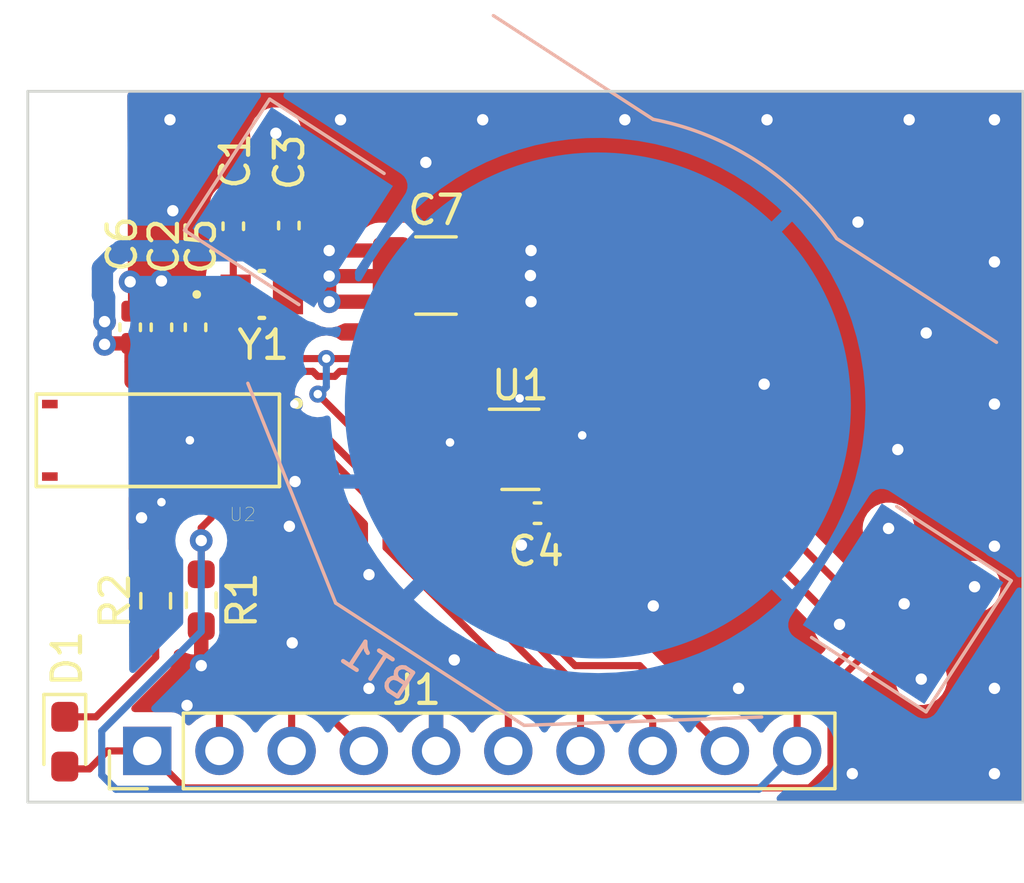
<source format=kicad_pcb>
(kicad_pcb (version 20201116) (generator pcbnew)
  (layers (0 "F.Cu" signal) (31 "B.Cu" signal) (34 "B.Paste" user) (35 "F.Paste" user) (36 "B.SilkS" user "B.Silkscreen") (37 "F.SilkS" user "F.Silkscreen") (38 "B.Mask" user) (39 "F.Mask" user) (44 "Edge.Cuts" user))
  (net 0 "")
  (net 1 "GND")
  (net 2 "+BATT")
  (net 3 "/XL2")
  (net 4 "/XL1")
  (net 5 "Net-(C5-Pad1)")
  (net 6 "Net-(D1-Pad1)")
  (net 7 "/LEDn")
  (net 8 "/NRF_RST")
  (net 9 "/SWDIO")
  (net 10 "/SWDCLK")
  (net 11 "/P0.07")
  (net 12 "/P0.08")
  (net 13 "/P0.18")
  (net 14 "Net-(U2-Pad9)")
  (net 15 "/P0.20")
  (net 16 "Net-(U2-Pad10)")
  (net 17 "/SHT_RSTn")
  (net 18 "/SDA")
  (net 19 "Net-(U1-Pad3)")
  (net 20 "/SCL")
  (net 21 "Net-(U2-Pad6)")
  (net 22 "Net-(U2-Pad11)")
  (net 23 "Net-(U2-Pad24)")
  (net 24 "Net-(U2-Pad23)")
  (footprint "Resistor_SMD:R_0603_1608Metric_Pad0.98x0.95mm_HandSolder" (layer "F.Cu") (at 115.1 107.9 -90)
    (fp_text reference "R1" (at 0 -1.43 90) (layer "F.SilkS"))
    (fp_text value "100k")
    (fp_line (start -0.254724 -0.5225) (end 0.254724 -0.5225) (layer "F.SilkS") (width 0.12))
    (fp_line (start -0.254724 0.5225) (end 0.254724 0.5225) (layer "F.SilkS") (width 0.12))
    (pad "1" smd roundrect (at -0.9125 0 270) (size 0.975 0.95) (layers "F.Cu" "F.Paste" "F.Mask") (net 17 "/SHT_RSTn"))
    (pad "2" smd roundrect (at 0.9125 0 270) (size 0.975 0.95) (layers "F.Cu" "F.Paste" "F.Mask") (net 1 "GND"))
  )
  (footprint "LED_SMD:LED_0603_1608Metric_Pad1.05x0.95mm_HandSolder" (layer "F.Cu") (at 110.3 112.875 -90)
    (fp_text reference "D1" (at -2.925 -0.08 90) (layer "F.SilkS"))
    (fp_text value "LED")
    (fp_line (start -1.66 0.735) (end 0.8 0.735) (layer "F.SilkS") (width 0.12))
    (fp_line (start 0.8 -0.735) (end -1.66 -0.735) (layer "F.SilkS") (width 0.12))
    (fp_line (start -1.66 -0.735) (end -1.66 0.735) (layer "F.SilkS") (width 0.12))
    (pad "1" smd roundrect (at -0.875 0 270) (size 1.05 0.95) (layers "F.Cu" "F.Paste" "F.Mask") (net 6 "Net-(D1-Pad1)"))
    (pad "2" smd roundrect (at 0.875 0 270) (size 1.05 0.95) (layers "F.Cu" "F.Paste" "F.Mask") (net 2 "+BATT"))
  )
  (footprint "Sensor_Humidity:Sensirion_DFN-8-1EP_2.5x2.5mm_P0.5mm_EP1.1x1.7mm" (layer "F.Cu") (at 126.325 102.592488)
    (fp_text reference "U1" (at 0 -2.25) (layer "F.SilkS"))
    (fp_text value "SHT31-DIS")
    (fp_line (start -0.65 1.41) (end 0.65 1.41) (layer "F.SilkS") (width 0.12))
    (fp_line (start -1.09 -1.41) (end 0.65 -1.41) (layer "F.SilkS") (width 0.12))
    (pad "1" smd rect (at -1.175 -0.75) (size 0.55 0.25) (layers "F.Cu" "F.Paste" "F.Mask") (net 18 "/SDA"))
    (pad "2" smd rect (at -1.175 -0.25) (size 0.55 0.25) (layers "F.Cu" "F.Paste" "F.Mask") (net 1 "GND"))
    (pad "3" smd rect (at -1.175 0.25) (size 0.55 0.25) (layers "F.Cu" "F.Paste" "F.Mask") (net 19 "Net-(U1-Pad3)"))
    (pad "4" smd rect (at -1.175 0.75 180) (size 0.55 0.25) (layers "F.Cu" "F.Paste" "F.Mask") (net 20 "/SCL"))
    (pad "5" smd rect (at 1.175 0.75) (size 0.55 0.25) (layers "F.Cu" "F.Paste" "F.Mask") (net 2 "+BATT"))
    (pad "6" smd rect (at 1.175 0.25) (size 0.55 0.25) (layers "F.Cu" "F.Paste" "F.Mask") (net 17 "/SHT_RSTn"))
    (pad "7" smd rect (at 1.175 -0.25) (size 0.55 0.25) (layers "F.Cu" "F.Paste" "F.Mask") (net 1 "GND"))
    (pad "8" smd rect (at 1.175 -0.75) (size 0.55 0.25) (layers "F.Cu" "F.Paste" "F.Mask") (net 1 "GND"))
    (pad "9" smd custom (at 0 0) (size 1 1) (layers "F.Cu" "F.Mask") (net 1 "GND") (options (clearance outline) (anchor circle)) (primitives (gr_poly (pts (xy 0.5 0.85) (xy -0.5 0.85) (xy -0.5 -0.55) (xy -0.2 -0.85) (xy 0.5 -0.85)) (width 0) (fill yes))))
  )
  (footprint "Capacitor_SMD:C_0402_1005Metric_Pad0.74x0.62mm_HandSolder" (layer "F.Cu") (at 113.7 98.3 90)
    (fp_text reference "C2" (at 2.85 0.09 90) (layer "F.SilkS"))
    (fp_text value "0.1uF")
    (fp_line (start -0.115835 -0.36) (end 0.115835 -0.36) (layer "F.SilkS") (width 0.12))
    (fp_line (start -0.115835 0.36) (end 0.115835 0.36) (layer "F.SilkS") (width 0.12))
    (pad "1" smd roundrect (at -0.5675 0 90) (size 0.735 0.62) (layers "F.Cu" "F.Paste" "F.Mask") (net 2 "+BATT"))
    (pad "2" smd roundrect (at 0.5675 0 90) (size 0.735 0.62) (layers "F.Cu" "F.Paste" "F.Mask") (net 1 "GND"))
  )
  (footprint "Capacitor_SMD:C_0402_1005Metric_Pad0.74x0.62mm_HandSolder" (layer "F.Cu") (at 126.928341 104.83798 180)
    (fp_text reference "C4" (at 0.05 -1.335) (layer "F.SilkS"))
    (fp_text value "0.1uF")
    (fp_line (start -0.115835 -0.36) (end 0.115835 -0.36) (layer "F.SilkS") (width 0.12))
    (fp_line (start -0.115835 0.36) (end 0.115835 0.36) (layer "F.SilkS") (width 0.12))
    (pad "1" smd roundrect (at -0.5675 0 180) (size 0.735 0.62) (layers "F.Cu" "F.Paste" "F.Mask") (net 2 "+BATT"))
    (pad "2" smd roundrect (at 0.5675 0 180) (size 0.735 0.62) (layers "F.Cu" "F.Paste" "F.Mask") (net 1 "GND"))
  )
  (footprint "TinyBLE:FC-12M 32.7680KA-A3" (layer "F.Cu") (at 117.231043 97.143916)
    (fp_text reference "Y1" (at 0.05 1.775) (layer "F.SilkS"))
    (fp_text value "Crystal" hide)
    (fp_line (start 0.08125 -0.8255) (end -0.08125 -0.8255) (layer "F.SilkS") (width 0.1524))
    (fp_line (start -0.08125 0.8255) (end 0.08125 0.8255) (layer "F.SilkS") (width 0.1524))
    (fp_circle (center -2.2882 0) (end -2.212 0) (layer "F.SilkS") (width 0.1524) (fill none))
    (pad "1" smd rect (at -0.9194 0) (size 1.0612 1.397) (layers "F.Cu" "F.Paste" "F.Mask") (net 3 "/XL2"))
    (pad "2" smd rect (at 0.9194 0) (size 1.0612 1.397) (layers "F.Cu" "F.Paste" "F.Mask") (net 4 "/XL1"))
  )
  (footprint "Capacitor_SMD:C_0402_1005Metric_Pad0.74x0.62mm_HandSolder" (layer "F.Cu") (at 112.6 98.3 90)
    (fp_text reference "C6" (at 2.925 -0.285 90) (layer "F.SilkS"))
    (fp_text value "4.7uF")
    (fp_line (start -0.115835 0.36) (end 0.115835 0.36) (layer "F.SilkS") (width 0.12))
    (fp_line (start -0.115835 -0.36) (end 0.115835 -0.36) (layer "F.SilkS") (width 0.12))
    (pad "1" smd roundrect (at -0.5675 0 90) (size 0.735 0.62) (layers "F.Cu" "F.Paste" "F.Mask") (net 2 "+BATT"))
    (pad "2" smd roundrect (at 0.5675 0 90) (size 0.735 0.62) (layers "F.Cu" "F.Paste" "F.Mask") (net 1 "GND"))
  )
  (footprint "Capacitor_SMD:C_0402_1005Metric_Pad0.74x0.62mm_HandSolder" (layer "F.Cu") (at 114.9 98.3 90)
    (fp_text reference "C5" (at 2.85 0.19 90) (layer "F.SilkS"))
    (fp_text value "1.0uF")
    (fp_line (start -0.115835 -0.36) (end 0.115835 -0.36) (layer "F.SilkS") (width 0.12))
    (fp_line (start -0.115835 0.36) (end 0.115835 0.36) (layer "F.SilkS") (width 0.12))
    (pad "1" smd roundrect (at -0.5675 0 90) (size 0.735 0.62) (layers "F.Cu" "F.Paste" "F.Mask") (net 5 "Net-(C5-Pad1)"))
    (pad "2" smd roundrect (at 0.5675 0 90) (size 0.735 0.62) (layers "F.Cu" "F.Paste" "F.Mask") (net 1 "GND"))
  )
  (footprint "TinyBLE:XCVR_EYSHSNZWZ" (layer "F.Cu") (at 113.575 102.275 180)
    (fp_text reference "U2" (at -2.98092 -2.609104) (layer "F.SilkS") (effects (font (size 0.480794 0.480794) (thickness 0.015))))
    (fp_text value "EYSHSNZWZ")
    (fp_line (start -4.275 -1.625) (end 4.275 -1.625) (layer "F.SilkS") (width 0.127))
    (fp_line (start 4.275 1.625) (end -4.275 1.625) (layer "F.SilkS") (width 0.127))
    (fp_line (start 4.275 -1.625) (end 4.275 1.625) (layer "F.SilkS") (width 0.127))
    (fp_line (start -4.275 1.625) (end -4.275 -1.625) (layer "F.SilkS") (width 0.127))
    (fp_circle (center -4.9 1.3) (end -4.8 1.3) (layer "F.SilkS") (width 0.2) (fill none))
    (pad "1" smd rect (at -3.8 1.275 180) (size 0.55 0.3) (layers "F.Cu" "F.Mask") (net 1 "GND"))
    (pad "2" smd rect (at -3.075 1.15 180) (size 0.3 0.55) (layers "F.Cu" "F.Mask") (net 20 "/SCL"))
    (pad "3" smd rect (at -2.475 1.15 180) (size 0.3 0.55) (layers "F.Cu" "F.Mask") (net 18 "/SDA"))
    (pad "4" smd rect (at -1.875 1.15 180) (size 0.3 0.55) (layers "F.Cu" "F.Mask") (net 4 "/XL1"))
    (pad "5" smd rect (at -1.275 1.15 180) (size 0.3 0.55) (layers "F.Cu" "F.Mask") (net 3 "/XL2"))
    (pad "6" smd rect (at -0.675 1.15 180) (size 0.3 0.55) (layers "F.Cu" "F.Mask") (net 21 "Net-(U2-Pad6)"))
    (pad "7" smd rect (at -0.075 1.15 180) (size 0.3 0.55) (layers "F.Cu" "F.Mask") (net 5 "Net-(C5-Pad1)"))
    (pad "8" smd rect (at 0.525 1.15 180) (size 0.3 0.55) (layers "F.Cu" "F.Mask") (net 2 "+BATT"))
    (pad "9" smd circle (at 0.45 0.375 180) (size 0.45 0.45) (layers "F.Cu" "F.Mask") (net 14 "Net-(U2-Pad9)"))
    (pad "10" smd circle (at 0.45 -0.375 180) (size 0.45 0.45) (layers "F.Cu" "F.Mask") (net 16 "Net-(U2-Pad10)"))
    (pad "11" smd rect (at 0.525 -1.15 180) (size 0.3 0.55) (layers "F.Cu" "F.Mask") (net 22 "Net-(U2-Pad11)"))
    (pad "12" smd rect (at -0.075 -1.15 180) (size 0.3 0.55) (layers "F.Cu" "F.Mask") (net 22 "Net-(U2-Pad11)"))
    (pad "13" smd rect (at -0.675 -1.15 180) (size 0.3 0.55) (layers "F.Cu" "F.Mask") (net 1 "GND"))
    (pad "14" smd rect (at -1.275 -1.15 180) (size 0.3 0.55) (layers "F.Cu" "F.Mask") (net 7 "/LEDn"))
    (pad "15" smd rect (at -1.875 -1.15 180) (size 0.3 0.55) (layers "F.Cu" "F.Mask") (net 17 "/SHT_RSTn"))
    (pad "16" smd rect (at -2.475 -1.15 180) (size 0.3 0.55) (layers "F.Cu" "F.Mask") (net 10 "/SWDCLK"))
    (pad "17" smd rect (at -3.075 -1.15 180) (size 0.3 0.55) (layers "F.Cu" "F.Mask") (net 9 "/SWDIO"))
    (pad "18" smd rect (at -3.8 -1.275 180) (size 0.55 0.3) (layers "F.Cu" "F.Mask") (net 1 "GND"))
    (pad "19" smd rect (at -3.8 -0.6 180) (size 0.55 0.3) (layers "F.Cu" "F.Mask") (net 8 "/NRF_RST"))
    (pad "20" smd rect (at -3.8 0 180) (size 0.55 0.3) (layers "F.Cu" "F.Mask") (net 12 "/P0.08"))
    (pad "21" smd rect (at -3.8 0.6 180) (size 0.55 0.3) (layers "F.Cu" "F.Mask") (net 11 "/P0.07"))
    (pad "22" smd rect (at -2.95 0.3 180) (size 0.55 0.3) (layers "F.Cu" "F.Mask") (net 13 "/P0.18"))
    (pad "23" smd circle (at -0.45 0.375 180) (size 0.45 0.45) (layers "F.Cu" "F.Mask") (net 24 "Net-(U2-Pad23)"))
    (pad "24" smd circle (at -0.45 -0.375 180) (size 0.45 0.45) (layers "F.Cu" "F.Mask") (net 23 "Net-(U2-Pad24)"))
    (pad "25" smd rect (at -2.95 -0.3 180) (size 0.55 0.3) (layers "F.Cu" "F.Mask") (net 15 "/P0.20"))
    (pad "26" smd rect (at -1.675 0 180) (size 0.55 0.3) (layers "F.Cu" "F.Mask") (net 1 "GND"))
    (pad "27" smd rect (at 3.8 1.275 180) (size 0.55 0.3) (layers "F.Cu" "F.Mask"))
    (pad "28" smd rect (at 3.8 -1.275 180) (size 0.55 0.3) (layers "F.Cu" "F.Mask"))
  )
  (footprint "Capacitor_SMD:C_0402_1005Metric_Pad0.74x0.62mm_HandSolder" (layer "F.Cu") (at 118.181199 94.721956 90)
    (fp_text reference "C3" (at 2.225 0.015 90) (layer "F.SilkS"))
    (fp_text value "15pF")
    (fp_line (start -0.115835 0.36) (end 0.115835 0.36) (layer "F.SilkS") (width 0.12))
    (fp_line (start -0.115835 -0.36) (end 0.115835 -0.36) (layer "F.SilkS") (width 0.12))
    (pad "1" smd roundrect (at -0.5675 0 90) (size 0.735 0.62) (layers "F.Cu" "F.Paste" "F.Mask") (net 4 "/XL1"))
    (pad "2" smd roundrect (at 0.5675 0 90) (size 0.735 0.62) (layers "F.Cu" "F.Paste" "F.Mask") (net 1 "GND"))
  )
  (footprint "Capacitor_SMD:C_1210_3225Metric_Pad1.33x2.70mm_HandSolder" (layer "F.Cu") (at 123.357134 96.478683)
    (fp_text reference "C7" (at 0 -2.3) (layer "F.SilkS"))
    (fp_text value "100uF")
    (fp_line (start -0.711252 1.36) (end 0.711252 1.36) (layer "F.SilkS") (width 0.12))
    (fp_line (start -0.711252 -1.36) (end 0.711252 -1.36) (layer "F.SilkS") (width 0.12))
    (pad "1" smd roundrect (at -1.5625 0) (size 1.325 2.7) (layers "F.Cu" "F.Paste" "F.Mask") (roundrect_rratio 0.1886792452830189) (net 2 "+BATT"))
    (pad "2" smd roundrect (at 1.5625 0) (size 1.325 2.7) (layers "F.Cu" "F.Paste" "F.Mask") (roundrect_rratio 0.1886792452830189) (net 1 "GND"))
  )
  (footprint "Resistor_SMD:R_0603_1608Metric_Pad0.98x0.95mm_HandSolder" (layer "F.Cu") (at 113.497957 107.919627 90)
    (fp_text reference "R2" (at 0 -1.43 90) (layer "F.SilkS"))
    (fp_text value "1k")
    (fp_line (start -0.254724 -0.5225) (end 0.254724 -0.5225) (layer "F.SilkS") (width 0.12))
    (fp_line (start -0.254724 0.5225) (end 0.254724 0.5225) (layer "F.SilkS") (width 0.12))
    (pad "1" smd roundrect (at -0.9125 0 90) (size 0.975 0.95) (layers "F.Cu" "F.Paste" "F.Mask") (net 6 "Net-(D1-Pad1)"))
    (pad "2" smd roundrect (at 0.9125 0 90) (size 0.975 0.95) (layers "F.Cu" "F.Paste" "F.Mask") (net 7 "/LEDn"))
  )
  (footprint "Capacitor_SMD:C_0402_1005Metric_Pad0.74x0.62mm_HandSolder" (layer "F.Cu") (at 116.227488 94.745 90)
    (fp_text reference "C1" (at 2.3 0.065 90) (layer "F.SilkS"))
    (fp_text value "15pf")
    (fp_line (start -0.115835 -0.36) (end 0.115835 -0.36) (layer "F.SilkS") (width 0.12))
    (fp_line (start -0.115835 0.36) (end 0.115835 0.36) (layer "F.SilkS") (width 0.12))
    (pad "1" smd roundrect (at -0.5675 0 90) (size 0.735 0.62) (layers "F.Cu" "F.Paste" "F.Mask") (net 3 "/XL2"))
    (pad "2" smd roundrect (at 0.5675 0 90) (size 0.735 0.62) (layers "F.Cu" "F.Paste" "F.Mask") (net 1 "GND"))
  )
  (footprint "Connector_PinHeader_2.54mm:PinHeader_1x10_P2.54mm_Vertical" (layer "F.Cu") (at 113.2 113.2 90)
    (fp_text reference "J1" (at 2.145 9.475 180) (layer "F.SilkS"))
    (fp_text value "Conn_01x10")
    (fp_line (start -1.33 0) (end -1.33 -1.33) (layer "F.SilkS") (width 0.12))
    (fp_line (start -1.33 1.27) (end -1.33 24.19) (layer "F.SilkS") (width 0.12))
    (fp_line (start -1.33 -1.33) (end 0 -1.33) (layer "F.SilkS") (width 0.12))
    (fp_line (start 1.33 1.27) (end 1.33 24.19) (layer "F.SilkS") (width 0.12))
    (fp_line (start -1.33 1.27) (end 1.33 1.27) (layer "F.SilkS") (width 0.12))
    (fp_line (start -1.33 24.19) (end 1.33 24.19) (layer "F.SilkS") (width 0.12))
    (pad "1" thru_hole rect (at 0 0 90) (size 1.7 1.7) (drill 1) (layers *.Cu *.Mask) (net 2 "+BATT"))
    (pad "2" thru_hole oval (at 0 2.54 90) (size 1.7 1.7) (drill 1) (layers *.Cu *.Mask) (net 10 "/SWDCLK"))
    (pad "3" thru_hole oval (at 0 5.08 90) (size 1.7 1.7) (drill 1) (layers *.Cu *.Mask) (net 9 "/SWDIO"))
    (pad "4" thru_hole oval (at 0 7.62 90) (size 1.7 1.7) (drill 1) (layers *.Cu *.Mask) (net 8 "/NRF_RST"))
    (pad "5" thru_hole oval (at 0 10.16 90) (size 1.7 1.7) (drill 1) (layers *.Cu *.Mask) (net 1 "GND"))
    (pad "6" thru_hole oval (at 0 12.7 90) (size 1.7 1.7) (drill 1) (layers *.Cu *.Mask) (net 12 "/P0.08"))
    (pad "7" thru_hole oval (at 0 15.24 90) (size 1.7 1.7) (drill 1) (layers *.Cu *.Mask) (net 11 "/P0.07"))
    (pad "8" thru_hole oval (at 0 17.78 90) (size 1.7 1.7) (drill 1) (layers *.Cu *.Mask) (net 18 "/SDA"))
    (pad "9" thru_hole oval (at 0 20.32 90) (size 1.7 1.7) (drill 1) (layers *.Cu *.Mask) (net 20 "/SCL"))
    (pad "10" thru_hole oval (at 0 22.86 90) (size 1.7 1.7) (drill 1) (layers *.Cu *.Mask) (net 17 "/SHT_RSTn"))
  )
  (footprint "Battery:BatteryHolder_Keystone_3002_1x2032" (layer "B.Cu") (at 129.05 101.05 147)
    (fp_text reference "BT1" (at 1.452015 -11.964621 327) (layer "B.SilkS") (effects (justify mirror)))
    (fp_text value "Battery_Cell")
    (fp_line (start 15.55 2.75) (end 10.75 2.75) (layer "B.SilkS") (width 0.12))
    (fp_line (start 10.75 -2.75) (end 15.55 -2.75) (layer "B.SilkS") (width 0.12))
    (fp_line (start 15.55 -2.75) (end 15.55 2.75) (layer "B.SilkS") (width 0.12))
    (fp_line (start -10.75 2.75) (end -15.55 2.75) (layer "B.SilkS") (width 0.12))
    (fp_line (start -3.95 -10.85) (end 3.95 -10.85) (layer "B.SilkS") (width 0.12))
    (fp_line (start -15.55 2.75) (end -15.55 -2.75) (layer "B.SilkS") (width 0.12))
    (fp_line (start 3.95 -10.85) (end 10.75 -6.05) (layer "B.SilkS") (width 0.12))
    (fp_line (start -10.55 9.5) (end -3.85 9.5) (layer "B.SilkS") (width 0.12))
    (fp_line (start 10.55 9.5) (end 3.85 9.5) (layer "B.SilkS") (width 0.12))
    (fp_line (start -15.55 -2.75) (end -10.75 -2.75) (layer "B.SilkS") (width 0.12))
    (fp_line (start -10.8 -6.05) (end -3.95 -10.85) (layer "B.SilkS") (width 0.12))
    (fp_arc (start 0 0) (end 3.85 9.5) (angle 44.1) (layer "B.SilkS") (width 0.12))
    (pad "1" smd rect (at -12.8 0 147) (size 5.1 5.1) (layers "B.Cu" "B.Paste" "B.Mask") (net 2 "+BATT"))
    (pad "1" smd rect (at 12.8 0 147) (size 5.1 5.1) (layers "B.Cu" "B.Paste" "B.Mask") (net 2 "+BATT"))
    (pad "2" smd circle (at 0 0 147) (size 17.8 17.8) (layers "B.Cu" "B.Mask") (net 1 "GND"))
  )
  (gr_line (start 144 115) (end 144 90) (layer "Edge.Cuts") (width 0.1))
  (gr_line (start 109 90) (end 109 115) (layer "Edge.Cuts") (width 0.1))
  (gr_line (start 144 90) (end 109 90) (layer "Edge.Cuts") (width 0.1))
  (gr_line (start 109 115) (end 144 115) (layer "Edge.Cuts") (width 0.1))
  (segment (start 112.6 97.7325) (end 114.9 97.7325) (width 0.25) (layer "F.Cu") (net 1))
  (segment (start 114.368152 96.668152) (end 113.65272 96.668152) (width 0.25) (layer "F.Cu") (net 1))
  (segment (start 117.375 103.55) (end 118.224999 103.55) (width 0.25) (layer "F.Cu") (net 1))
  (segment (start 112.64728 97.731848) (end 112.64728 96.69272) (width 0.25) (layer "F.Cu") (net 1))
  (segment (start 114.8 97.7) (end 114.8 97.1) (width 0.25) (layer "F.Cu") (net 1))
  (segment (start 115.1 108.8125) (end 115.1 110.2) (width 0.25) (layer "F.Cu") (net 1))
  (segment (start 117.375 101) (end 118.375 101) (width 0.25) (layer "F.Cu") (net 1))
  (segment (start 124.919634 96.478683) (end 126.678683 96.478683) (width 0.5) (layer "F.Cu") (net 1))
  (segment (start 115.15 94.15) (end 113.7 95.6) (width 0.25) (layer "F.Cu") (net 1))
  (segment (start 128.357512 102.342488) (end 127.5 102.342488) (width 0.25) (layer "F.Cu") (net 1))
  (segment (start 128.342488 101.842488) (end 128.5 102) (width 0.25) (layer "F.Cu") (net 1))
  (segment (start 125.15 102.342488) (end 123.857512 102.342488) (width 0.25) (layer "F.Cu") (net 1))
  (segment (start 124.940951 97.4) (end 126.7 97.4) (width 0.5) (layer "F.Cu") (net 1))
  (segment (start 124.940951 95.6) (end 126.7 95.6) (width 0.5) (layer "F.Cu") (net 1))
  (segment (start 113.7 96.715432) (end 113.65272 96.668152) (width 0.25) (layer "F.Cu") (net 1))
  (segment (start 113.7 95.6) (end 113.7 96.668152) (width 0.25) (layer "F.Cu") (net 1))
  (segment (start 118.224999 103.55) (end 118.4 103.725001) (width 0.25) (layer "F.Cu") (net 1))
  (segment (start 128.5 102.2) (end 128.357512 102.342488) (width 0.25) (layer "F.Cu") (net 1))
  (segment (start 114.25 104.35) (end 114.15 104.45) (width 0.25) (layer "F.Cu") (net 1))
  (segment (start 126.325 104.802139) (end 126.360841 104.83798) (width 0.25) (layer "F.Cu") (net 1))
  (segment (start 114.7 102.275) (end 115.25 102.275) (width 0.25) (layer "F.Cu") (net 1))
  (segment (start 114.15 104.45) (end 113.7 104.45) (width 0.25) (layer "F.Cu") (net 1))
  (segment (start 114.8 97.1) (end 114.368152 96.668152) (width 0.25) (layer "F.Cu") (net 1))
  (segment (start 126.325 102.592488) (end 126.325 100.825) (width 0.25) (layer "F.Cu") (net 1))
  (segment (start 127.5 101.842488) (end 128.342488 101.842488) (width 0.25) (layer "F.Cu") (net 1))
  (segment (start 128.5 102) (end 128.5 102.2) (width 0.25) (layer "F.Cu") (net 1))
  (segment (start 118.181199 94.154456) (end 118.176743 94.15) (width 0.25) (layer "F.Cu") (net 1))
  (segment (start 126.325 102.592488) (end 126.325 104.802139) (width 0.25) (layer "F.Cu") (net 1))
  (segment (start 113.7 97.7325) (end 113.7 96.715432) (width 0.25) (layer "F.Cu") (net 1))
  (segment (start 118.176743 94.15) (end 115.15 94.15) (width 0.25) (layer "F.Cu") (net 1))
  (segment (start 114.25 103.425) (end 114.25 104.35) (width 0.25) (layer "F.Cu") (net 1))
  (segment (start 126.360841 104.83798) (end 126.360841 105.960841) (width 0.25) (layer "F.Cu") (net 1))
  (via (at 126.7 97.4) (size 0.8) (drill 0.4) (layers "F.Cu" "B.Cu") (net 1))
  (via (at 131 108.1) (size 0.8) (drill 0.4) (layers "F.Cu" "B.Cu") (net 1))
  (via (at 120 91) (size 0.8) (drill 0.4) (layers "F.Cu" "B.Cu") (net 1))
  (via (at 126.3 100.8) (size 0.6) (drill 0.3) (layers "F.Cu" "B.Cu") (net 1))
  (via (at 138.2 94.6) (size 0.8) (drill 0.4) (layers "F.Cu" "B.Cu") (net 1))
  (via (at 123.85 102.35) (size 0.6) (drill 0.3) (layers "F.Cu" "B.Cu") (net 1))
  (via (at 143 106) (size 0.8) (drill 0.4) (layers "F.Cu" "B.Cu") (net 1))
  (via (at 115.1 110.2) (size 0.8) (drill 0.4) (layers "F.Cu" "B.Cu") (net 1))
  (via (at 113.7 104.45) (size 0.6) (drill 0.3) (layers "F.Cu" "B.Cu") (net 1))
  (via (at 143 101) (size 0.8) (drill 0.4) (layers "F.Cu" "B.Cu") (net 1))
  (via (at 143 96) (size 0.8) (drill 0.4) (layers "F.Cu" "B.Cu") (net 1))
  (via (at 139.6 102.6) (size 0.8) (drill 0.4) (layers "F.Cu" "B.Cu") (net 1))
  (via (at 138 114) (size 0.8) (drill 0.4) (layers "F.Cu" "B.Cu") (net 1))
  (via (at 114.7 102.275) (size 0.6) (drill 0.3) (layers "F.Cu" "B.Cu") (net 1))
  (via (at 124 110) (size 0.8) (drill 0.4) (layers "F.Cu" "B.Cu") (net 1))
  (via (at 126.678683 96.478683) (size 0.8) (drill 0.4) (layers "F.Cu" "B.Cu") (net 1))
  (via (at 118.2 105.3) (size 0.8) (drill 0.4) (layers "F.Cu" "B.Cu") (net 1))
  (via (at 121 107) (size 0.8) (drill 0.4) (layers "F.Cu" "B.Cu") (net 1))
  (via (at 121 111) (size 0.8) (drill 0.4) (layers "F.Cu" "B.Cu") (net 1))
  (via (at 118.3 109.4) (size 0.8) (drill 0.4) (layers "F.Cu" "B.Cu") (net 1))
  (via (at 123 92.5) (size 0.8) (drill 0.4) (layers "F.Cu" "B.Cu") (net 1))
  (via (at 143 114) (size 0.8) (drill 0.4) (layers "F.Cu" "B.Cu") (net 1))
  (via (at 113.7 96.668152) (size 0.8) (drill 0.4) (layers "F.Cu" "B.Cu") (net 1))
  (via (at 140 91) (size 0.8) (drill 0.4) (layers "F.Cu" "B.Cu") (net 1))
  (via (at 134.9 100.3) (size 0.8) (drill 0.4) (layers "F.Cu" "B.Cu") (net 1))
  (via (at 114 91) (size 0.8) (drill 0.4) (layers "F.Cu" "B.Cu") (net 1))
  (via (at 118.375 101) (size 0.6) (drill 0.3) (layers "F.Cu" "B.Cu") (net 1))
  (via (at 143 111) (size 0.8) (drill 0.4) (layers "F.Cu" "B.Cu") (net 1))
  (via (at 128.5 102.1) (size 0.6) (drill 0.3) (layers "F.Cu" "B.Cu") (net 1))
  (via (at 114.1 94.2) (size 0.8) (drill 0.4) (layers "F.Cu" "B.Cu") (net 1))
  (via (at 134 111) (size 0.8) (drill 0.4) (layers "F.Cu" "B.Cu") (net 1))
  (via (at 126.360841 105.960841) (size 0.8) (drill 0.4) (layers "F.Cu" "B.Cu") (net 1))
  (via (at 125 91) (size 0.8) (drill 0.4) (layers "F.Cu" "B.Cu") (net 1))
  (via (at 112.6 96.7) (size 0.8) (drill 0.4) (layers "F.Cu" "B.Cu") (net 1))
  (via (at 130 91) (size 0.8) (drill 0.4) (layers "F.Cu" "B.Cu") (net 1))
  (via (at 143 91) (size 0.8) (drill 0.4) (layers "F.Cu" "B.Cu") (net 1))
  (via (at 118.4 103.725001) (size 0.8) (drill 0.4) (layers "F.Cu" "B.Cu") (net 1))
  (via (at 114.6 111.6) (size 0.8) (drill 0.4) (layers "F.Cu" "B.Cu") (net 1))
  (via (at 113 105) (size 0.8) (drill 0.4) (layers "F.Cu" "B.Cu") (net 1))
  (via (at 126.7 95.6) (size 0.8) (drill 0.4) (layers "F.Cu" "B.Cu") (net 1))
  (via (at 135 91) (size 0.8) (drill 0.4) (layers "F.Cu" "B.Cu") (net 1))
  (via (at 140.6 98.5) (size 0.8) (drill 0.4) (layers "F.Cu" "B.Cu") (net 1))
  (segment (start 127.774999 103.725001) (end 128.55 102.95) (width 0.5) (layer "B.Cu") (net 1))
  (segment (start 118.4 103.725001) (end 127.774999 103.725001) (width 0.5) (layer "B.Cu") (net 1))
  (segment (start 112.64728 100.27228) (end 112.64728 100.21228) (width 0.25) (layer "F.Cu") (net 2))
  (segment (start 137.25 113.749002) (end 137.25 110.98641) (width 0.25) (layer "F.Cu") (net 2))
  (segment (start 139.825 108.41141) (end 139.825 108.025) (width 0.25) (layer "F.Cu") (net 2))
  (segment (start 113.2 113.2) (end 114.5 114.5) (width 0.25) (layer "F.Cu") (net 2))
  (segment (start 119.6 96.5) (end 121.715951 96.5) (width 0.5) (layer "F.Cu") (net 2))
  (segment (start 110.297957 113.832127) (end 111.167873 113.832127) (width 0.25) (layer "F.Cu") (net 2))
  (segment (start 112.85 100.475) (end 113.05 100.675) (width 0.25) (layer "F.Cu") (net 2))
  (segment (start 112.64728 98.866848) (end 111.678152 98.866848) (width 0.5) (layer "F.Cu") (net 2))
  (segment (start 111.7 98.1) (end 111.7 98.4) (width 0.25) (layer "F.Cu") (net 2))
  (segment (start 133.58798 104.83798) (end 137.5 108.75) (width 0.25) (layer "F.Cu") (net 2))
  (segment (start 113.05 100.675) (end 113.05 101.125) (width 0.25) (layer "F.Cu") (net 2))
  (segment (start 114.5 114.5) (end 136.499002 114.5) (width 0.25) (layer "F.Cu") (net 2))
  (segment (start 111.7 98.9) (end 111.7 98.4) (width 0.5) (layer "F.Cu") (net 2))
  (segment (start 137.25 110.98641) (end 139.825 108.41141) (width 0.25) (layer "F.Cu") (net 2))
  (segment (start 111.8 113.2) (end 113.2 113.2) (width 0.25) (layer "F.Cu") (net 2))
  (segment (start 119.6 95.6) (end 119.6 97.4) (width 0.5) (layer "F.Cu") (net 2))
  (segment (start 112.85 100.475) (end 112.64728 100.27228) (width 0.25) (layer "F.Cu") (net 2))
  (segment (start 112.64728 98.866848) (end 112.64728 99.51228) (width 0.5) (layer "F.Cu") (net 2))
  (segment (start 119.6 97.4) (end 121.715951 97.4) (width 0.5) (layer "F.Cu") (net 2))
  (segment (start 136.499002 114.5) (end 137.25 113.749002) (width 0.25) (layer "F.Cu") (net 2))
  (segment (start 127.495841 104.83798) (end 133.58798 104.83798) (width 0.25) (layer "F.Cu") (net 2))
  (segment (start 127.495841 104.83798) (end 127.495841 103.346647) (width 0.25) (layer "F.Cu") (net 2))
  (segment (start 119.6 95.6) (end 121.715951 95.6) (width 0.5) (layer "F.Cu") (net 2))
  (segment (start 112.6 98.8675) (end 113.7 98.8675) (width 0.5) (layer "F.Cu") (net 2))
  (segment (start 127.495841 103.346647) (end 127.5 103.342488) (width 0.25) (layer "F.Cu") (net 2))
  (segment (start 137.5 108.75) (end 137.55 108.75) (width 0.25) (layer "F.Cu") (net 2))
  (segment (start 112.64728 100.21228) (end 112.64728 99.51228) (width 0.5) (layer "F.Cu") (net 2))
  (segment (start 111.167873 113.832127) (end 111.8 113.2) (width 0.25) (layer "F.Cu") (net 2))
  (via (at 142.3 107.425) (size 0.8) (drill 0.4) (layers "F.Cu" "B.Cu") (net 2))
  (via (at 139.825 108.025) (size 0.8) (drill 0.4) (layers "F.Cu" "B.Cu") (net 2))
  (via (at 111.7 98.9) (size 0.8) (drill 0.4) (layers "F.Cu" "B.Cu") (net 2))
  (via (at 137.55 108.75) (size 0.8) (drill 0.4) (layers "F.Cu" "B.Cu") (net 2))
  (via (at 140.425 110.675) (size 0.8) (drill 0.4) (layers "F.Cu" "B.Cu") (net 2))
  (via (at 117.725 91.475) (size 0.8) (drill 0.4) (layers "F.Cu" "B.Cu") (net 2))
  (via (at 111.7 98.1) (size 0.8) (drill 0.4) (layers "F.Cu" "B.Cu") (net 2))
  (via (at 119.6 97.4) (size 0.8) (drill 0.4) (layers "F.Cu" "B.Cu") (net 2))
  (via (at 119.6 95.6) (size 0.8) (drill 0.4) (layers "F.Cu" "B.Cu") (net 2))
  (via (at 139.275 105.375) (size 0.8) (drill 0.4) (layers "F.Cu" "B.Cu") (net 2))
  (via (at 119.6 96.5) (size 0.8) (drill 0.4) (layers "F.Cu" "B.Cu") (net 2))
  (segment (start 111.7 97.243002) (end 111.624999 97.168001) (width 0.75) (layer "B.Cu") (net 2))
  (segment (start 112.291778 95.608222) (end 118.064854 95.608222) (width 0.75) (layer "B.Cu") (net 2))
  (segment (start 112.131999 95.724999) (end 112.175001 95.724999) (width 0.75) (layer "B.Cu") (net 2))
  (segment (start 111.7 98.1) (end 111.7 97.243002) (width 0.75) (layer "B.Cu") (net 2))
  (segment (start 112.175001 95.724999) (end 112.291778 95.608222) (width 0.75) (layer "B.Cu") (net 2))
  (segment (start 111.624999 96.231999) (end 112.131999 95.724999) (width 0.75) (layer "B.Cu") (net 2))
  (segment (start 111.7 98.1) (end 111.7 98.9) (width 0.5) (layer "B.Cu") (net 2))
  (segment (start 111.624999 97.168001) (end 111.624999 96.231999) (width 0.75) (layer "B.Cu") (net 2))
  (segment (start 114.986401 100.263599) (end 114.85 100.4) (width 0.25) (layer "F.Cu") (net 3))
  (segment (start 115.8 99.46359) (end 116.8 98.46359) (width 0.25) (layer "F.Cu") (net 3))
  (segment (start 116.311643 97.143916) (end 116.227488 97.059761) (width 0.25) (layer "F.Cu") (net 3))
  (segment (start 116.8 98.46359) (end 116.8 97.632273) (width 0.25) (layer "F.Cu") (net 3))
  (segment (start 114.999991 100.263599) (end 114.986401 100.263599) (width 0.25) (layer "F.Cu") (net 3))
  (segment (start 115.8 99.46359) (end 114.999991 100.263599) (width 0.25) (layer "F.Cu") (net 3))
  (segment (start 116.227488 97.059761) (end 116.227488 95.3125) (width 0.25) (layer "F.Cu") (net 3))
  (segment (start 114.85 100.4) (end 114.85 101.125) (width 0.25) (layer "F.Cu") (net 3))
  (segment (start 116.311643 97.143916) (end 116.8 97.632273) (width 0.25) (layer "F.Cu") (net 3))
  (segment (start 116.6 99.3) (end 115.45 100.45) (width 0.25) (layer "F.Cu") (net 4))
  (segment (start 118.150443 97.143916) (end 118.181199 97.11316) (width 0.25) (layer "F.Cu") (net 4))
  (segment (start 117.6 98.3) (end 117.6 97.694359) (width 0.25) (layer "F.Cu") (net 4))
  (segment (start 118.150443 97.143916) (end 117.6 97.694359) (width 0.25) (layer "F.Cu") (net 4))
  (segment (start 116.6 99.3) (end 117.6 98.3) (width 0.25) (layer "F.Cu") (net 4))
  (segment (start 118.181199 97.11316) (end 118.181199 95.289456) (width 0.25) (layer "F.Cu") (net 4))
  (segment (start 115.45 100.45) (end 115.45 101.125) (width 0.25) (layer "F.Cu") (net 4))
  (segment (start 114.3 99.7) (end 113.65 100.35) (width 0.5) (layer "F.Cu") (net 5))
  (segment (start 113.65 100.35) (end 113.65 101.125) (width 0.25) (layer "F.Cu") (net 5))
  (segment (start 114.9 99.5) (end 114.7 99.7) (width 0.5) (layer "F.Cu") (net 5))
  (segment (start 114.7 99.7) (end 114.3 99.7) (width 0.5) (layer "F.Cu") (net 5))
  (segment (start 114.9 98.8675) (end 114.9 99.5) (width 0.5) (layer "F.Cu") (net 5))
  (segment (start 113.497957 109.902043) (end 111.4 112) (width 0.25) (layer "F.Cu") (net 6))
  (segment (start 113.497957 108.832127) (end 113.497957 109.902043) (width 0.25) (layer "F.Cu") (net 6))
  (segment (start 111.4 112) (end 110.3 112) (width 0.25) (layer "F.Cu") (net 6))
  (segment (start 113.5 105.8) (end 113.5 107.025) (width 0.25) (layer "F.Cu") (net 7))
  (segment (start 114.85 104.45) (end 113.5 105.8) (width 0.25) (layer "F.Cu") (net 7))
  (segment (start 114.85 103.425) (end 114.85 104.45) (width 0.25) (layer "F.Cu") (net 7))
  (segment (start 119.2 111.58) (end 120.82 113.2) (width 0.25) (layer "F.Cu") (net 8))
  (segment (start 118.875 102.875) (end 119.2 103.2) (width 0.25) (layer "F.Cu") (net 8))
  (segment (start 119.2 103.2) (end 119.2 111.58) (width 0.25) (layer "F.Cu") (net 8))
  (segment (start 117.375 102.875) (end 118.875 102.875) (width 0.25) (layer "F.Cu") (net 8))
  (segment (start 116.65 103.425) (end 116.65 104.85) (width 0.25) (layer "F.Cu") (net 9))
  (segment (start 118.28 111.07) (end 118.28 113.2) (width 0.25) (layer "F.Cu") (net 9))
  (segment (start 116.65 104.85) (end 117.25 105.45) (width 0.25) (layer "F.Cu") (net 9))
  (segment (start 117.25 105.45) (end 117.25 110.04) (width 0.25) (layer "F.Cu") (net 9))
  (segment (start 117.25 110.04) (end 118.28 111.07) (width 0.25) (layer "F.Cu") (net 9))
  (segment (start 115.74 111.11) (end 115.74 113.2) (width 0.25) (layer "F.Cu") (net 10))
  (segment (start 116.05 103.425) (end 116.05 104.95) (width 0.25) (layer "F.Cu") (net 10))
  (segment (start 116.05 104.95) (end 116.65 105.55) (width 0.25) (layer "F.Cu") (net 10))
  (segment (start 116.65 110.2) (end 115.74 111.11) (width 0.25) (layer "F.Cu") (net 10))
  (segment (start 116.65 105.55) (end 116.65 110.2) (width 0.25) (layer "F.Cu") (net 10))
  (segment (start 122.05 105.35) (end 128.35 111.65) (width 0.25) (layer "F.Cu") (net 11))
  (segment (start 128.44 111.74) (end 128.44 113.2) (width 0.25) (layer "F.Cu") (net 11))
  (segment (start 122.050009 105.086401) (end 122.05 105.08641) (width 0.25) (layer "F.Cu") (net 11))
  (segment (start 121.85 104.5) (end 121.85 104.51359) (width 0.25) (layer "F.Cu") (net 11))
  (segment (start 122.05 105.08641) (end 122.05 105.35) (width 0.25) (layer "F.Cu") (net 11))
  (segment (start 128.35 111.65) (end 128.44 111.74) (width 0.25) (layer "F.Cu") (net 11))
  (segment (start 119.025 101.675) (end 121.85 104.5) (width 0.25) (layer "F.Cu") (net 11))
  (segment (start 117.375 101.675) (end 119.025 101.675) (width 0.25) (layer "F.Cu") (net 11))
  (segment (start 121.85 104.51359) (end 122.050009 104.713599) (width 0.25) (layer "F.Cu") (net 11))
  (segment (start 122.050009 104.713599) (end 122.050009 105.086401) (width 0.25) (layer "F.Cu") (net 11))
  (segment (start 118.975 102.275) (end 121.6 104.9) (width 0.25) (layer "F.Cu") (net 12))
  (segment (start 125.9 110.35) (end 125.9 110.45) (width 0.25) (layer "F.Cu") (net 12))
  (segment (start 121.6 106.05) (end 125.9 110.35) (width 0.25) (layer "F.Cu") (net 12))
  (segment (start 125.9 110.45) (end 125.9 113.2) (width 0.25) (layer "F.Cu") (net 12))
  (segment (start 117.375 102.275) (end 118.975 102.275) (width 0.25) (layer "F.Cu") (net 12))
  (segment (start 121.6 104.9) (end 121.6 106.05) (width 0.25) (layer "F.Cu") (net 12))
  (segment (start 133.042488 102.842488) (end 138.4 108.2) (width 0.25) (layer "F.Cu") (net 17))
  (segment (start 138.4 108.2) (end 138.4 109.2) (width 0.25) (layer "F.Cu") (net 17))
  (segment (start 115.45 103.425) (end 115.45 105) (width 0.25) (layer "F.Cu") (net 17))
  (segment (start 136.06 111.54) (end 136.06 113.2) (width 0.25) (layer "F.Cu") (net 17))
  (segment (start 127.5 102.842488) (end 133.042488 102.842488) (width 0.25) (layer "F.Cu") (net 17))
  (segment (start 115.1 105.35) (end 115.1 105.8) (width 0.25) (layer "F.Cu") (net 17))
  (segment (start 115.1 105.8) (end 115.1 106.9875) (width 0.25) (layer "F.Cu") (net 17))
  (segment (start 138.4 109.2) (end 136.06 111.54) (width 0.25) (layer "F.Cu") (net 17))
  (segment (start 115.45 105) (end 115.1 105.35) (width 0.25) (layer "F.Cu") (net 17))
  (via (at 115.1 105.8) (size 0.8) (drill 0.4) (layers "F.Cu" "B.Cu") (net 17))
  (segment (start 111.6 114.05) (end 111.6 112.5) (width 0.25) (layer "B.Cu") (net 17))
  (segment (start 134.71 114.55) (end 112.1 114.55) (width 0.25) (layer "B.Cu") (net 17))
  (segment (start 115.1 109) (end 115.1 105.8) (width 0.25) (layer "B.Cu") (net 17))
  (segment (start 136.06 113.2) (end 134.71 114.55) (width 0.25) (layer "B.Cu") (net 17))
  (segment (start 112.1 114.55) (end 111.6 114.05) (width 0.25) (layer "B.Cu") (net 17))
  (segment (start 111.6 112.5) (end 115.1 109) (width 0.25) (layer "B.Cu") (net 17))
  (segment (start 130.98 112.13) (end 130.98 113.2) (width 0.25) (layer "F.Cu") (net 18))
  (segment (start 123.575 101.7) (end 124.4 101.7) (width 0.25) (layer "F.Cu") (net 18))
  (segment (start 124.542488 101.842488) (end 125.15 101.842488) (width 0.25) (layer "F.Cu") (net 18))
  (segment (start 121.275 99.4) (end 123.575 101.7) (width 0.25) (layer "F.Cu") (net 18))
  (segment (start 123.3 104.75) (end 123.3 105.88641) (width 0.25) (layer "F.Cu") (net 18))
  (segment (start 128.46359 111.05) (end 129.9 111.05) (width 0.25) (layer "F.Cu") (net 18))
  (segment (start 116.05 100.5) (end 117.15 99.4) (width 0.25) (layer "F.Cu") (net 18))
  (segment (start 119.2 100.65) (end 123.3 104.75) (width 0.25) (layer "F.Cu") (net 18))
  (segment (start 124.4 101.7) (end 124.542488 101.842488) (width 0.25) (layer "F.Cu") (net 18))
  (segment (start 123.3 105.88641) (end 128.46359 111.05) (width 0.25) (layer "F.Cu") (net 18))
  (segment (start 117.15 99.4) (end 121.275 99.4) (width 0.25) (layer "F.Cu") (net 18))
  (segment (start 116.05 101.125) (end 116.05 100.5) (width 0.25) (layer "F.Cu") (net 18))
  (segment (start 129.9 111.05) (end 130.98 112.13) (width 0.25) (layer "F.Cu") (net 18))
  (via (at 119.5 99.4) (size 0.6) (drill 0.3) (layers "F.Cu" "B.Cu") (net 18))
  (via (at 119.2 100.65) (size 0.6) (drill 0.3) (layers "F.Cu" "B.Cu") (net 18))
  (segment (start 119.5 99.4) (end 119.5 100.4) (width 0.25) (layer "B.Cu") (net 18))
  (segment (start 119.5 100.4) (end 119.25 100.65) (width 0.25) (layer "B.Cu") (net 18))
  (segment (start 124.2 103.35) (end 124.207512 103.342488) (width 0.25) (layer "F.Cu") (net 20))
  (segment (start 119.974992 99.85001) (end 121.0886 99.85001) (width 0.25) (layer "F.Cu") (net 20))
  (segment (start 123.224999 101.986409) (end 123.224999 102.650001) (width 0.25) (layer "F.Cu") (net 20))
  (segment (start 123.924998 105.874998) (end 128.25 110.2) (width 0.25) (layer "F.Cu") (net 20))
  (segment (start 123.924998 103.35) (end 124.2 103.35) (width 0.25) (layer "F.Cu") (net 20))
  (segment (start 123.224999 102.650001) (end 123.924998 103.35) (width 0.25) (layer "F.Cu") (net 20))
  (segment (start 119.199999 100.025001) (end 119.800001 100.025001) (width 0.25) (layer "F.Cu") (net 20))
  (segment (start 121.0886 99.85001) (end 123.224999 101.986409) (width 0.25) (layer "F.Cu") (net 20))
  (segment (start 124.207512 103.342488) (end 125.15 103.342488) (width 0.25) (layer "F.Cu") (net 20))
  (segment (start 116.65 101.125) (end 116.65 100.55) (width 0.25) (layer "F.Cu") (net 20))
  (segment (start 119.800001 100.025001) (end 119.974992 99.85001) (width 0.25) (layer "F.Cu") (net 20))
  (segment (start 130.52 110.2) (end 133.52 113.2) (width 0.25) (layer "F.Cu") (net 20))
  (segment (start 117.34999 99.85001) (end 119.025008 99.85001) (width 0.25) (layer "F.Cu") (net 20))
  (segment (start 116.65 100.55) (end 117.34999 99.85001) (width 0.25) (layer "F.Cu") (net 20))
  (segment (start 128.25 110.2) (end 130.52 110.2) (width 0.25) (layer "F.Cu") (net 20))
  (segment (start 119.025008 99.85001) (end 119.199999 100.025001) (width 0.25) (layer "F.Cu") (net 20))
  (segment (start 123.924998 103.35) (end 123.924998 105.874998) (width 0.25) (layer "F.Cu") (net 20))
  (segment (start 113.05 103.425) (end 113.65 103.425) (width 0.25) (layer "F.Cu") (net 22))
  (zone (net 0) (net_name "") (layers F&B.Cu) (name "Antenna") (connect_pads (clearance 0)) (min_thickness 0.254)
    (keepout (tracks allowed) (vias allowed) (pads allowed) (copperpour not_allowed) (footprints allowed))
    (fill (thermal_gap 0.508) (thermal_bridge_width 0.508))
    (polygon (pts (xy 112.5 109) (xy 109 109) (xy 109 95) (xy 112.5 95)))
  )
  (zone (net 1) (net_name "GND") (layers F&B.Cu) (priority 2) (connect_pads (clearance 0.508)) (min_thickness 0.254) (fill yes (thermal_gap 0.508) (thermal_bridge_width 0.508))
    (polygon (pts (xy 144 115) (xy 112.580373 115) (xy 112.5 90.019131) (xy 144 90.019131)))
  )
)
</source>
